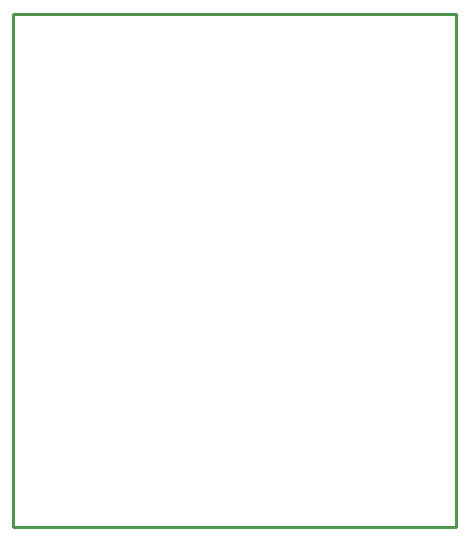
<source format=gbr>
G04 EAGLE Gerber RS-274X export*
G75*
%MOMM*%
%FSLAX34Y34*%
%LPD*%
%IN*%
%IPPOS*%
%AMOC8*
5,1,8,0,0,1.08239X$1,22.5*%
G01*
G04 Define Apertures*
%ADD10C,0.254000*%
D10*
X0Y0D02*
X375000Y0D01*
X375000Y434000D01*
X0Y434000D01*
X0Y0D01*
M02*

</source>
